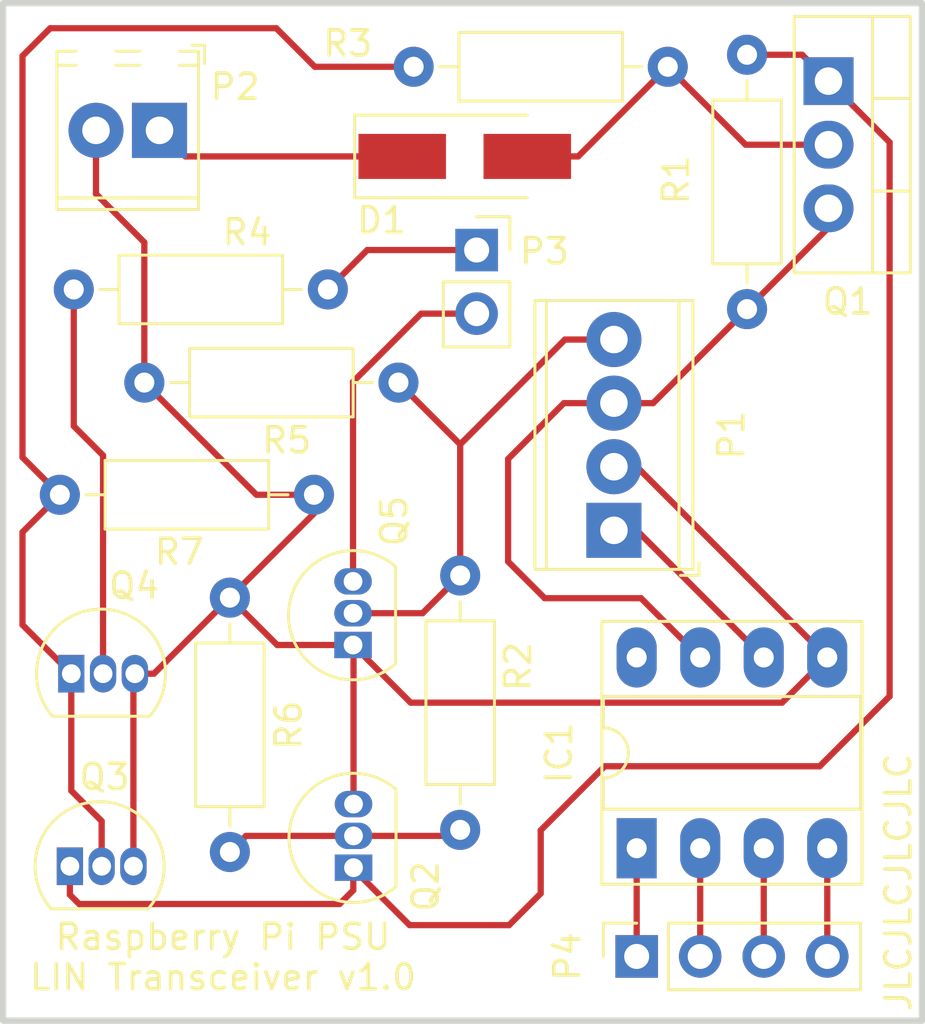
<source format=kicad_pcb>
(kicad_pcb (version 20221018) (generator pcbnew)
  (layers (0 "F.Cu" signal) (31 "B.Cu" signal) (34 "B.Paste" user) (35 "F.Paste" user) (36 "B.SilkS" user "B.Silkscreen") (37 "F.SilkS" user "F.Silkscreen") (38 "B.Mask" user) (39 "F.Mask" user) (44 "Edge.Cuts" user))
  (net 0 "")
  (net 1 "BATT")
  (net 2 "GND")
  (net 3 "IGN")
  (net 4 "POWEROFF")
  (net 5 "Q2_2")
  (net 6 "Q3_2")
  (net 7 "R1_1")
  (net 8 "R4_1")
  (net 9 "SHUTDOWN")
  (net 10 "USB_PWR")
  (net 11 "USB_PWR_DIODE")
  (net 12 "LIN")
  (footprint "MountingHole:MountingHole_2mm" (layer "F.Cu") (at 94.99557 76.212882)
    (fp_text reference "REF**" hide)
    (fp_text value "MountingHole_2mm" hide)
    (pad "" np_thru_hole circle (at 0 0) (size 2 2) (drill 2) (layers "*.Cu" "*.Mask"))
  )
  (footprint "Resistor_THT:R_Axial_DIN0207_L6.3mm_D2.5mm_P10.16mm_Horizontal" (layer "F.Cu") (at 75.311107 72.39322 180)
    (fp_text reference "R4" (at 3.231361 2.275909) (layer "F.SilkS"))
    (fp_text value "R_Axial_DIN0207_L6.3mm_D2.5mm_P10.16mm_Horizontal" hide)
    (fp_line (start 1.04 0) (end 1.81 0) (stroke (width 0.12)) (layer "F.SilkS"))
    (fp_line (start 1.81 -1.37) (end 1.81 1.37) (stroke (width 0.12)) (layer "F.SilkS"))
    (fp_line (start 1.81 1.37) (end 8.35 1.37) (stroke (width 0.12)) (layer "F.SilkS"))
    (fp_line (start 8.35 -1.37) (end 1.81 -1.37) (stroke (width 0.12)) (layer "F.SilkS"))
    (fp_line (start 8.35 1.37) (end 8.35 -1.37) (stroke (width 0.12)) (layer "F.SilkS"))
    (fp_line (start 9.12 0) (end 8.35 0) (stroke (width 0.12)) (layer "F.SilkS"))
    (pad "1" thru_hole circle (at 0 0 180) (size 1.6 1.6) (drill 0.8) (layers "*.Cu" "*.Mask") (net 4 "POWEROFF"))
    (pad "2" thru_hole oval (at 10.16 0 180) (size 1.6 1.6) (drill 0.8) (layers "*.Cu" "*.Mask") (net 8 "R4_1"))
  )
  (footprint "Package_TO_SOT_THT:TO-92L_Inline" (layer "F.Cu") (at 65.052674 87.741994)
    (fp_text reference "Q4" (at 2.514495 -3.5127) (layer "F.SilkS"))
    (fp_text value "BC548B" hide)
    (fp_line (start -0.75 1.7) (end 3.1 1.7) (stroke (width 0.12)) (layer "F.SilkS"))
    (fp_arc (start -0.75 1.7) (mid 1.183448 -2.579449) (end 3.138611 1.690122) (stroke (width 0.12)) (layer "F.SilkS"))
    (pad "1" thru_hole rect (at 0 0) (size 1.05 1.5) (drill 0.75) (layers "*.Cu" "*.Mask") (net 6 "Q3_2"))
    (pad "2" thru_hole oval (at 1.27 0) (size 1.05 1.5) (drill 0.75) (layers "*.Cu" "*.Mask") (net 8 "R4_1"))
    (pad "3" thru_hole oval (at 2.54 0) (size 1.05 1.5) (drill 0.75) (layers "*.Cu" "*.Mask") (net 2 "GND"))
  )
  (footprint "Connector_PinSocket_2.54mm:PinSocket_1x04_P2.54mm_Vertical" (layer "F.Cu") (at 87.657 99.035 90)
    (fp_text reference "P4" (at 0 -2.77 90) (layer "F.SilkS"))
    (fp_text value "PinSocket_1x04_P2.54mm_Vertical" hide)
    (fp_line (start -1.33 1.27) (end -1.33 8.95) (stroke (width 0.12)) (layer "F.SilkS"))
    (fp_line (start -1.33 1.27) (end 1.33 1.27) (stroke (width 0.12)) (layer "F.SilkS"))
    (fp_line (start -1.33 8.95) (end 1.33 8.95) (stroke (width 0.12)) (layer "F.SilkS"))
    (fp_line (start 0 -1.33) (end 1.33 -1.33) (stroke (width 0.12)) (layer "F.SilkS"))
    (fp_line (start 1.33 -1.33) (end 1.33 0) (stroke (width 0.12)) (layer "F.SilkS"))
    (fp_line (start 1.33 1.27) (end 1.33 8.95) (stroke (width 0.12)) (layer "F.SilkS"))
    (pad "1" thru_hole rect (at 0 0 90) (size 1.7 1.7) (drill 1) (layers "*.Cu" "*.Mask"))
    (pad "2" thru_hole oval (at 0 2.54 90) (size 1.7 1.7) (drill 1) (layers "*.Cu" "*.Mask"))
    (pad "3" thru_hole oval (at 0 5.08 90) (size 1.7 1.7) (drill 1) (layers "*.Cu" "*.Mask"))
    (pad "4" thru_hole oval (at 0 7.62 90) (size 1.7 1.7) (drill 1) (layers "*.Cu" "*.Mask"))
  )
  (footprint "Package_TO_SOT_THT:TO-220-3_Vertical" (layer "F.Cu") (at 95.325935 64.073305 -90)
    (fp_text reference "Q1" (at 8.803298 -0.77263 180) (layer "F.SilkS"))
    (fp_text value "TO-220-3_Vertical" hide)
    (fp_line (start -2.58 -3.27) (end -2.58 1.371) (stroke (width 0.12)) (layer "F.SilkS"))
    (fp_line (start -2.58 -3.27) (end 7.66 -3.27) (stroke (width 0.12)) (layer "F.SilkS"))
    (fp_line (start -2.58 -1.76) (end 7.66 -1.76) (stroke (width 0.12)) (layer "F.SilkS"))
    (fp_line (start -2.58 1.371) (end 7.66 1.371) (stroke (width 0.12)) (layer "F.SilkS"))
    (fp_line (start 0.69 -3.27) (end 0.69 -1.76) (stroke (width 0.12)) (layer "F.SilkS"))
    (fp_line (start 4.391 -3.27) (end 4.391 -1.76) (stroke (width 0.12)) (layer "F.SilkS"))
    (fp_line (start 7.66 -3.27) (end 7.66 1.371) (stroke (width 0.12)) (layer "F.SilkS"))
    (pad "1" thru_hole rect (at 0 0 270) (size 1.905 2) (drill 1.1) (layers "*.Cu" "*.Mask") (net 7 "R1_1"))
    (pad "2" thru_hole oval (at 2.54 0 270) (size 1.905 2) (drill 1.1) (layers "*.Cu" "*.Mask") (net 10 "USB_PWR"))
    (pad "3" thru_hole oval (at 5.08 0 270) (size 1.905 2) (drill 1.1) (layers "*.Cu" "*.Mask") (net 1 "BATT"))
  )
  (footprint "Resistor_THT:R_Axial_DIN0207_L6.3mm_D2.5mm_P10.16mm_Horizontal" (layer "F.Cu") (at 92.069811 63.019768 -90)
    (fp_text reference "R1" (at 4.993401 2.837014 90) (layer "F.SilkS"))
    (fp_text value "R_Axial_DIN0207_L6.3mm_D2.5mm_P10.16mm_Horizontal" hide)
    (fp_line (start 1.04 0) (end 1.81 0) (stroke (width 0.12)) (layer "F.SilkS"))
    (fp_line (start 1.81 -1.37) (end 1.81 1.37) (stroke (width 0.12)) (layer "F.SilkS"))
    (fp_line (start 1.81 1.37) (end 8.35 1.37) (stroke (width 0.12)) (layer "F.SilkS"))
    (fp_line (start 8.35 -1.37) (end 1.81 -1.37) (stroke (width 0.12)) (layer "F.SilkS"))
    (fp_line (start 8.35 1.37) (end 8.35 -1.37) (stroke (width 0.12)) (layer "F.SilkS"))
    (fp_line (start 9.12 0) (end 8.35 0) (stroke (width 0.12)) (layer "F.SilkS"))
    (pad "1" thru_hole circle (at 0 0 270) (size 1.6 1.6) (drill 0.8) (layers "*.Cu" "*.Mask") (net 7 "R1_1"))
    (pad "2" thru_hole oval (at 10.16 0 270) (size 1.6 1.6) (drill 0.8) (layers "*.Cu" "*.Mask") (net 1 "BATT"))
  )
  (footprint "Resistor_THT:R_Axial_DIN0207_L6.3mm_D2.5mm_P10.16mm_Horizontal" (layer "F.Cu") (at 80.601521 83.82 -90)
    (fp_text reference "R2" (at 3.635012 -2.312409 -270) (layer "F.SilkS"))
    (fp_text value "R_Axial_DIN0207_L6.3mm_D2.5mm_P10.16mm_Horizontal" hide)
    (fp_line (start 1.04 0) (end 1.81 0) (stroke (width 0.12)) (layer "F.SilkS"))
    (fp_line (start 1.81 -1.37) (end 1.81 1.37) (stroke (width 0.12)) (layer "F.SilkS"))
    (fp_line (start 1.81 1.37) (end 8.35 1.37) (stroke (width 0.12)) (layer "F.SilkS"))
    (fp_line (start 8.35 -1.37) (end 1.81 -1.37) (stroke (width 0.12)) (layer "F.SilkS"))
    (fp_line (start 8.35 1.37) (end 8.35 -1.37) (stroke (width 0.12)) (layer "F.SilkS"))
    (fp_line (start 9.12 0) (end 8.35 0) (stroke (width 0.12)) (layer "F.SilkS"))
    (pad "1" thru_hole circle (at 0 0 270) (size 1.6 1.6) (drill 0.8) (layers "*.Cu" "*.Mask") (net 3 "IGN"))
    (pad "2" thru_hole oval (at 10.16 0 270) (size 1.6 1.6) (drill 0.8) (layers "*.Cu" "*.Mask") (net 5 "Q2_2"))
  )
  (footprint "Package_TO_SOT_THT:TO-92L_Inline" (layer "F.Cu") (at 76.317065 86.595803 90)
    (fp_text reference "Q5" (at 4.948652 1.64569 90) (layer "F.SilkS"))
    (fp_text value "2N7000" hide)
    (fp_line (start -0.75 1.7) (end 3.1 1.7) (stroke (width 0.12)) (layer "F.SilkS"))
    (fp_arc (start -0.75 1.7) (mid 1.183448 -2.579449) (end 3.138611 1.690122) (stroke (width 0.12)) (layer "F.SilkS"))
    (pad "1" thru_hole rect (at 0 0 90) (size 1.05 1.5) (drill 0.75) (layers "*.Cu" "*.Mask") (net 2 "GND"))
    (pad "2" thru_hole oval (at 1.27 0 90) (size 1.05 1.5) (drill 0.75) (layers "*.Cu" "*.Mask") (net 3 "IGN"))
    (pad "3" thru_hole oval (at 2.54 0 90) (size 1.05 1.5) (drill 0.75) (layers "*.Cu" "*.Mask") (net 9 "SHUTDOWN"))
  )
  (footprint "Resistor_THT:R_Axial_DIN0207_L6.3mm_D2.5mm_P10.16mm_Horizontal" (layer "F.Cu") (at 74.755012 80.59508 180)
    (fp_text reference "R7" (at 5.383355 -2.283798) (layer "F.SilkS"))
    (fp_text value "R_Axial_DIN0207_L6.3mm_D2.5mm_P10.16mm_Horizontal" hide)
    (fp_line (start 1.04 0) (end 1.81 0) (stroke (width 0.12)) (layer "F.SilkS"))
    (fp_line (start 1.81 -1.37) (end 1.81 1.37) (stroke (width 0.12)) (layer "F.SilkS"))
    (fp_line (start 1.81 1.37) (end 8.35 1.37) (stroke (width 0.12)) (layer "F.SilkS"))
    (fp_line (start 8.35 -1.37) (end 1.81 -1.37) (stroke (width 0.12)) (layer "F.SilkS"))
    (fp_line (start 8.35 1.37) (end 8.35 -1.37) (stroke (width 0.12)) (layer "F.SilkS"))
    (fp_line (start 9.12 0) (end 8.35 0) (stroke (width 0.12)) (layer "F.SilkS"))
    (pad "1" thru_hole circle (at 0 0 180) (size 1.6 1.6) (drill 0.8) (layers "*.Cu" "*.Mask") (net 2 "GND"))
    (pad "2" thru_hole oval (at 10.16 0 180) (size 1.6 1.6) (drill 0.8) (layers "*.Cu" "*.Mask") (net 6 "Q3_2"))
  )
  (footprint "Package_TO_SOT_THT:TO-92L_Inline" (layer "F.Cu") (at 76.336262 95.49 90)
    (fp_text reference "Q2" (at -0.75 2.882537 90) (layer "F.SilkS"))
    (fp_text value "BC548B" hide)
    (fp_line (start -0.75 1.7) (end 3.1 1.7) (stroke (width 0.12)) (layer "F.SilkS"))
    (fp_arc (start -0.75 1.7) (mid 1.183448 -2.579449) (end 3.138611 1.690122) (stroke (width 0.12)) (layer "F.SilkS"))
    (pad "1" thru_hole rect (at 0 0 90) (size 1.05 1.5) (drill 0.75) (layers "*.Cu" "*.Mask") (net 7 "R1_1"))
    (pad "2" thru_hole oval (at 1.27 0 90) (size 1.05 1.5) (drill 0.75) (layers "*.Cu" "*.Mask") (net 5 "Q2_2"))
    (pad "3" thru_hole oval (at 2.54 0 90) (size 1.05 1.5) (drill 0.75) (layers "*.Cu" "*.Mask") (net 2 "GND"))
  )
  (footprint "Resistor_THT:R_Axial_DIN0207_L6.3mm_D2.5mm_P10.16mm_Horizontal" (layer "F.Cu") (at 71.392679 84.704598 -90)
    (fp_text reference "R6" (at 5.092882 -2.34891 -270) (layer "F.SilkS"))
    (fp_text value "R_Axial_DIN0207_L6.3mm_D2.5mm_P10.16mm_Horizontal" hide)
    (fp_line (start 1.04 0) (end 1.81 0) (stroke (width 0.12)) (layer "F.SilkS"))
    (fp_line (start 1.81 -1.37) (end 1.81 1.37) (stroke (width 0.12)) (layer "F.SilkS"))
    (fp_line (start 1.81 1.37) (end 8.35 1.37) (stroke (width 0.12)) (layer "F.SilkS"))
    (fp_line (start 8.35 -1.37) (end 1.81 -1.37) (stroke (width 0.12)) (layer "F.SilkS"))
    (fp_line (start 8.35 1.37) (end 8.35 -1.37) (stroke (width 0.12)) (layer "F.SilkS"))
    (fp_line (start 9.12 0) (end 8.35 0) (stroke (width 0.12)) (layer "F.SilkS"))
    (pad "1" thru_hole circle (at 0 0 270) (size 1.6 1.6) (drill 0.8) (layers "*.Cu" "*.Mask") (net 2 "GND"))
    (pad "2" thru_hole oval (at 10.16 0 270) (size 1.6 1.6) (drill 0.8) (layers "*.Cu" "*.Mask") (net 5 "Q2_2"))
  )
  (footprint "Connector_PinSocket_2.54mm:PinSocket_1x02_P2.54mm_Vertical" (layer "F.Cu") (at 81.25832 70.820081)
    (fp_text reference "P3" (at 2.709282 0.051702) (layer "F.SilkS"))
    (fp_text value "PinSocket_1x02_P2.54mm_Vertical" hide)
    (fp_line (start -1.33 1.27) (end -1.33 3.87) (stroke (width 0.12)) (layer "F.SilkS"))
    (fp_line (start -1.33 1.27) (end 1.33 1.27) (stroke (width 0.12)) (layer "F.SilkS"))
    (fp_line (start -1.33 3.87) (end 1.33 3.87) (stroke (width 0.12)) (layer "F.SilkS"))
    (fp_line (start 0 -1.33) (end 1.33 -1.33) (stroke (width 0.12)) (layer "F.SilkS"))
    (fp_line (start 1.33 -1.33) (end 1.33 0) (stroke (width 0.12)) (layer "F.SilkS"))
    (fp_line (start 1.33 1.27) (end 1.33 3.87) (stroke (width 0.12)) (layer "F.SilkS"))
    (pad "1" thru_hole rect (at 0 0) (size 1.7 1.7) (drill 1) (layers "*.Cu" "*.Mask") (net 4 "POWEROFF"))
    (pad "2" thru_hole oval (at 0 2.54) (size 1.7 1.7) (drill 1) (layers "*.Cu" "*.Mask") (net 9 "SHUTDOWN"))
  )
  (footprint "Resistor_THT:R_Axial_DIN0207_L6.3mm_D2.5mm_P10.16mm_Horizontal" (layer "F.Cu") (at 78.132375 76.114116 180)
    (fp_text reference "R5" (at 4.472375 -2.312409) (layer "F.SilkS"))
    (fp_text value "R_Axial_DIN0207_L6.3mm_D2.5mm_P10.16mm_Horizontal" hide)
    (fp_line (start 1.04 0) (end 1.81 0) (stroke (width 0.12)) (layer "F.SilkS"))
    (fp_line (start 1.81 -1.37) (end 1.81 1.37) (stroke (width 0.12)) (layer "F.SilkS"))
    (fp_line (start 1.81 1.37) (end 8.35 1.37) (stroke (width 0.12)) (layer "F.SilkS"))
    (fp_line (start 8.35 -1.37) (end 1.81 -1.37) (stroke (width 0.12)) (layer "F.SilkS"))
    (fp_line (start 8.35 1.37) (end 8.35 -1.37) (stroke (width 0.12)) (layer "F.SilkS"))
    (fp_line (start 9.12 0) (end 8.35 0) (stroke (width 0.12)) (layer "F.SilkS"))
    (pad "1" thru_hole circle (at 0 0 180) (size 1.6 1.6) (drill 0.8) (layers "*.Cu" "*.Mask") (net 3 "IGN"))
    (pad "2" thru_hole oval (at 10.16 0 180) (size 1.6 1.6) (drill 0.8) (layers "*.Cu" "*.Mask") (net 2 "GND"))
  )
  (footprint "Resistor_THT:R_Axial_DIN0207_L6.3mm_D2.5mm_P10.16mm_Horizontal" (layer "F.Cu") (at 78.74 63.5)
    (fp_text reference "R3" (at -2.634472 -0.929688) (layer "F.SilkS"))
    (fp_text value "R_Axial_DIN0207_L6.3mm_D2.5mm_P10.16mm_Horizontal" hide)
    (fp_line (start 1.04 0) (end 1.81 0) (stroke (width 0.12)) (layer "F.SilkS"))
    (fp_line (start 1.81 -1.37) (end 1.81 1.37) (stroke (width 0.12)) (layer "F.SilkS"))
    (fp_line (start 1.81 1.37) (end 8.35 1.37) (stroke (width 0.12)) (layer "F.SilkS"))
    (fp_line (start 8.35 -1.37) (end 1.81 -1.37) (stroke (width 0.12)) (layer "F.SilkS"))
    (fp_line (start 8.35 1.37) (end 8.35 -1.37) (stroke (width 0.12)) (layer "F.SilkS"))
    (fp_line (start 9.12 0) (end 8.35 0) (stroke (width 0.12)) (layer "F.SilkS"))
    (pad "1" thru_hole circle (at 0 0) (size 1.6 1.6) (drill 0.8) (layers "*.Cu" "*.Mask") (net 6 "Q3_2"))
    (pad "2" thru_hole oval (at 10.16 0) (size 1.6 1.6) (drill 0.8) (layers "*.Cu" "*.Mask") (net 10 "USB_PWR"))
  )
  (footprint "TerminalBlock_Phoenix:TerminalBlock_Phoenix_MPT-0,5-2-2.54_1x02_P2.54mm_Horizontal" (layer "F.Cu") (at 68.58 66.04 180)
    (fp_text reference "P2" (at -3.02328 1.741697) (layer "F.SilkS"))
    (fp_text value "TerminalBlock_Phoenix_MPT-0,5-2-2.54_1x02_P2.54mm_Horizontal" hide)
    (fp_line (start -1.8 2.66) (end -1.8 3.4) (stroke (width 0.12)) (layer "F.SilkS"))
    (fp_line (start -1.8 3.4) (end -1.3 3.4) (stroke (width 0.12)) (layer "F.SilkS"))
    (fp_line (start -1.56 -3.16) (end -1.56 3.16) (stroke (width 0.12)) (layer "F.SilkS"))
    (fp_line (start -1.56 -3.16) (end 4.1 -3.16) (stroke (width 0.12)) (layer "F.SilkS"))
    (fp_line (start -1.56 -2.7) (end 4.1 -2.7) (stroke (width 0.12)) (layer "F.SilkS"))
    (fp_line (start -1.56 2.6) (end -0.79 2.6) (stroke (width 0.12)) (layer "F.SilkS"))
    (fp_line (start -1.56 3.16) (end -0.79 3.16) (stroke (width 0.12)) (layer "F.SilkS"))
    (fp_line (start 0.79 2.6) (end 1.75 2.6) (stroke (width 0.12)) (layer "F.SilkS"))
    (fp_line (start 0.79 3.16) (end 1.75 3.16) (stroke (width 0.12)) (layer "F.SilkS"))
    (fp_line (start 3.33 2.6) (end 4.1 2.6) (stroke (width 0.12)) (layer "F.SilkS"))
    (fp_line (start 3.33 3.16) (end 4.1 3.16) (stroke (width 0.12)) (layer "F.SilkS"))
    (fp_line (start 4.1 -3.16) (end 4.1 3.16) (stroke (width 0.12)) (layer "F.SilkS"))
    (pad "" np_thru_hole circle (at 0 2.54 180) (size 1.1 1.1) (drill 1.1) (layers "*.Cu" "*.Mask"))
    (pad "" np_thru_hole circle (at 2.54 2.54 180) (size 1.1 1.1) (drill 1.1) (layers "*.Cu" "*.Mask"))
    (pad "1" thru_hole rect (at 0 0 180) (size 2.2 2.2) (drill 1.1) (layers "*.Cu" "*.Mask") (net 11 "USB_PWR_DIODE"))
    (pad "2" thru_hole circle (at 2.54 0 180) (size 2.2 2.2) (drill 1.1) (layers "*.Cu" "*.Mask") (net 2 "GND"))
  )
  (footprint "MountingHole:MountingHole_2mm" (layer "F.Cu") (at 95.059983 81.794719)
    (fp_text reference "REF**" hide)
    (fp_text value "MountingHole_2mm" hide)
    (pad "" np_thru_hole circle (at 0 0) (size 2 2) (drill 2) (layers "*.Cu" "*.Mask"))
  )
  (footprint "TerminalBlock_Phoenix:TerminalBlock_Phoenix_MPT-0,5-4-2.54_1x04_P2.54mm_Horizontal" (layer "F.Cu") (at 86.748032 82.015 90)
    (fp_text reference "P1" (at 3.81 4.691968 90) (layer "F.SilkS"))
    (fp_text value "TerminalBlock_Phoenix_MPT-0,5-4-2.54_1x04_P2.54mm_Horizontal" hide)
    (fp_line (start -1.8 2.66) (end -1.8 3.4) (stroke (width 0.12)) (layer "F.SilkS"))
    (fp_line (start -1.8 3.4) (end -1.3 3.4) (stroke (width 0.12)) (layer "F.SilkS"))
    (fp_line (start -1.56 -3.16) (end -1.56 3.16) (stroke (width 0.12)) (layer "F.SilkS"))
    (fp_line (start -1.56 -3.16) (end 9.18 -3.16) (stroke (width 0.12)) (layer "F.SilkS"))
    (fp_line (start -1.56 -2.7) (end 9.18 -2.7) (stroke (width 0.12)) (layer "F.SilkS"))
    (fp_line (start -1.56 2.6) (end 9.18 2.6) (stroke (width 0.12)) (layer "F.SilkS"))
    (fp_line (start -1.56 3.16) (end 9.18 3.16) (stroke (width 0.12)) (layer "F.SilkS"))
    (fp_line (start 9.18 -3.16) (end 9.18 3.16) (stroke (width 0.12)) (layer "F.SilkS"))
    (pad "1" thru_hole rect (at 0 0 90) (size 2.2 2.2) (drill 1.1) (layers "*.Cu" "*.Mask") (net 12 "LIN"))
    (pad "2" thru_hole circle (at 2.54 0 90) (size 2.2 2.2) (drill 1.1) (layers "*.Cu" "*.Mask") (net 2 "GND"))
    (pad "3" thru_hole circle (at 5.08 0 90) (size 2.2 2.2) (drill 1.1) (layers "*.Cu" "*.Mask") (net 1 "BATT"))
    (pad "4" thru_hole circle (at 7.62 0 90) (size 2.2 2.2) (drill 1.1) (layers "*.Cu" "*.Mask") (net 3 "IGN"))
  )
  (footprint "Package_DIP:DIP-8_W7.62mm_Socket_LongPads" (layer "F.Cu") (at 87.657 94.713 90)
    (fp_text reference "IC1" (at 3.81 -3.10448 90) (layer "F.SilkS"))
    (fp_text value "MCP2004-E/P LIN Transceiver, 20Kbaud, Dip-8 Microchip" hide)
    (fp_line (start -1.44 -1.39) (end -1.44 9.01) (stroke (width 0.12)) (layer "F.SilkS"))
    (fp_line (start -1.44 9.01) (end 9.06 9.01) (stroke (width 0.12)) (layer "F.SilkS"))
    (fp_line (start 1.56 -1.33) (end 1.56 8.95) (stroke (width 0.12)) (layer "F.SilkS"))
    (fp_line (start 1.56 8.95) (end 6.06 8.95) (stroke (width 0.12)) (layer "F.SilkS"))
    (fp_line (start 2.81 -1.33) (end 1.56 -1.33) (stroke (width 0.12)) (layer "F.SilkS"))
    (fp_line (start 6.06 -1.33) (end 4.81 -1.33) (stroke (width 0.12)) (layer "F.SilkS"))
    (fp_line (start 6.06 8.95) (end 6.06 -1.33) (stroke (width 0.12)) (layer "F.SilkS"))
    (fp_line (start 9.06 -1.39) (end -1.44 -1.39) (stroke (width 0.12)) (layer "F.SilkS"))
    (fp_line (start 9.06 9.01) (end 9.06 -1.39) (stroke (width 0.12)) (layer "F.SilkS"))
    (fp_arc (start 4.81 -1.33) (mid 3.81 -0.33) (end 2.81 -1.33) (stroke (width 0.12)) (layer "F.SilkS"))
    (pad "1" thru_hole rect (at 0 0 90) (size 2.4 1.6) (drill 0.8) (layers "*.Cu" "*.Mask"))
    (pad "2" thru_hole oval (at 0 2.54 90) (size 2.4 1.6) (drill 0.8) (layers "*.Cu" "*.Mask"))
    (pad "3" thru_hole oval (at 0 5.08 90) (size 2.4 1.6) (drill 0.8) (layers "*.Cu" "*.Mask"))
    (pad "4" thru_hole oval (at 0 7.62 90) (size 2.4 1.6) (drill 0.8) (layers "*.Cu" "*.Mask"))
    (pad "5" thru_hole oval (at 7.62 7.62 90) (size 2.4 1.6) (drill 0.8) (layers "*.Cu" "*.Mask") (net 2 "GND"))
    (pad "6" thru_hole oval (at 7.62 5.08 90) (size 2.4 1.6) (drill 0.8) (layers "*.Cu" "*.Mask") (net 12 "LIN"))
    (pad "7" thru_hole oval (at 7.62 2.54 90) (size 2.4 1.6) (drill 0.8) (layers "*.Cu" "*.Mask") (net 1 "BATT"))
    (pad "8" thru_hole oval (at 7.62 0 90) (size 2.4 1.6) (drill 0.8) (layers "*.Cu" "*.Mask"))
  )
  (footprint "Package_TO_SOT_THT:TO-92L_Inline" (layer "F.Cu") (at 64.996066 95.433173)
    (fp_text reference "Q3" (at 1.384463 -3.562942) (layer "F.SilkS"))
    (fp_text value "BC548B" hide)
    (fp_line (start -0.75 1.7) (end 3.1 1.7) (stroke (width 0.12)) (layer "F.SilkS"))
    (fp_arc (start -0.75 1.7) (mid 1.183448 -2.579449) (end 3.138611 1.690122) (stroke (width 0.12)) (layer "F.SilkS"))
    (pad "1" thru_hole rect (at 0 0) (size 1.05 1.5) (drill 0.75) (layers "*.Cu" "*.Mask") (net 7 "R1_1"))
    (pad "2" thru_hole oval (at 1.27 0) (size 1.05 1.5) (drill 0.75) (layers "*.Cu" "*.Mask") (net 6 "Q3_2"))
    (pad "3" thru_hole oval (at 2.54 0) (size 1.05 1.5) (drill 0.75) (layers "*.Cu" "*.Mask") (net 2 "GND"))
  )
  (footprint "Diode_SMD:D_SMA_Handsoldering" (layer "F.Cu") (at 80.78339 67.08102)
    (fp_text reference "D1" (at -3.324416 2.545964) (layer "F.SilkS"))
    (fp_text value "D1" hide)
    (fp_line (start -4.4 -1.65) (end -4.4 1.65) (stroke (width 0.12)) (layer "F.SilkS"))
    (fp_line (start -4.4 -1.65) (end 2.5 -1.65) (stroke (width 0.12)) (layer "F.SilkS"))
    (fp_line (start -4.4 1.65) (end 2.5 1.65) (stroke (width 0.12)) (layer "F.SilkS"))
    (pad "1" smd rect (at -2.5 0) (size 3.5 1.8) (layers "F.Cu" "F.Paste" "F.Mask") (net 11 "USB_PWR_DIODE"))
    (pad "2" smd rect (at 2.5 0) (size 3.5 1.8) (layers "F.Cu" "F.Paste" "F.Mask") (net 10 "USB_PWR"))
  )
  (gr_line (start 99.06 101.6) (end 62.329 101.6) (stroke (width 0.254)) (layer "Edge.Cuts"))
  (gr_line (start 62.329 101.6) (end 62.329 60.96) (stroke (width 0.254)) (layer "Edge.Cuts"))
  (gr_line (start 99.06 60.96) (end 99.06 101.6) (stroke (width 0.254)) (layer "Edge.Cuts"))
  (gr_line (start 62.329 60.96) (end 99.06 60.96) (stroke (width 0.254)) (layer "Edge.Cuts"))
  (gr_text "Raspberry Pi PSU\nLIN Transceiver v1.0" (at 71.12 99.06) (layer "F.SilkS") (effects (font (size 1 1))))
  (gr_text "JLCJLCJLCJLC" (at 98.119577 96.069112 90) (layer "F.SilkS") (effects (font (size 1 1))))
  (segment (start 92.737 94.713) (end 92.737 99.035) (width 0.25) (layer "F.Cu") (net 0))
  (segment (start 87.657 94.713) (end 87.657 99.035) (width 0.25) (layer "F.Cu") (net 0))
  (segment (start 90.197 94.713) (end 90.197 99.035) (width 0.25) (layer "F.Cu") (net 0))
  (segment (start 95.277 94.713) (end 95.277 99.035) (width 0.25) (layer "F.Cu") (net 0))
  (segment (start 86.748032 76.935) (end 88.314579 76.935) (width 0.25) (layer "F.Cu") (net 1))
  (segment (start 88.314579 76.935) (end 92.069811 73.179768) (width 0.25) (layer "F.Cu") (net 1))
  (segment (start 84.746645 76.935) (end 86.748032 76.935) (width 0.25) (layer "F.Cu") (net 1))
  (segment (start 92.069811 73.179768) (end 95.325935 69.923644) (width 0.25) (layer "F.Cu") (net 1))
  (segment (start 82.517294 79.164351) (end 84.746645 76.935) (width 0.25) (layer "F.Cu") (net 1))
  (segment (start 82.517294 83.263336) (end 82.517294 79.164351) (width 0.25) (layer "F.Cu") (net 1))
  (segment (start 87.831259 84.727259) (end 83.981217 84.727259) (width 0.25) (layer "F.Cu") (net 1))
  (segment (start 95.325935 69.923644) (end 95.325935 69.153305) (width 0.25) (layer "F.Cu") (net 1))
  (segment (start 83.981217 84.727259) (end 82.517294 83.263336) (width 0.25) (layer "F.Cu") (net 1))
  (segment (start 90.197 87.093) (end 87.831259 84.727259) (width 0.25) (layer "F.Cu") (net 1))
  (segment (start 67.972375 76.114116) (end 67.972375 70.512375) (width 0.25) (layer "F.Cu") (net 2))
  (segment (start 71.392679 84.704598) (end 74.755012 81.342265) (width 0.25) (layer "F.Cu") (net 2))
  (segment (start 93.47 88.9) (end 78.621262 88.9) (width 0.25) (layer "F.Cu") (net 2))
  (segment (start 68.355283 87.741994) (end 71.392679 84.704598) (width 0.25) (layer "F.Cu") (net 2))
  (segment (start 74.755012 81.342265) (end 74.755012 80.59508) (width 0.25) (layer "F.Cu") (net 2))
  (segment (start 66.04 66.04) (end 66.04 68.58) (width 0.25) (layer "F.Cu") (net 2))
  (segment (start 74.755012 80.59508) (end 72.453339 80.59508) (width 0.25) (layer "F.Cu") (net 2))
  (segment (start 67.592674 87.741994) (end 68.355283 87.741994) (width 0.25) (layer "F.Cu") (net 2))
  (segment (start 95.277 87.093) (end 93.47 88.9) (width 0.25) (layer "F.Cu") (net 2))
  (segment (start 76.336262 86.615) (end 76.317065 86.595803) (width 0.25) (layer "F.Cu") (net 2))
  (segment (start 73.283884 86.595803) (end 71.392679 84.704598) (width 0.25) (layer "F.Cu") (net 2))
  (segment (start 78.621262 88.9) (end 76.317065 86.595803) (width 0.25) (layer "F.Cu") (net 2))
  (segment (start 87.659 79.475) (end 86.748032 79.475) (width 0.25) (layer "F.Cu") (net 2))
  (segment (start 67.536066 87.798602) (end 67.592674 87.741994) (width 0.25) (layer "F.Cu") (net 2))
  (segment (start 95.277 87.093) (end 87.659 79.475) (width 0.25) (layer "F.Cu") (net 2))
  (segment (start 67.972375 70.512375) (end 66.04 68.58) (width 0.25) (layer "F.Cu") (net 2))
  (segment (start 76.317065 86.595803) (end 73.283884 86.595803) (width 0.25) (layer "F.Cu") (net 2))
  (segment (start 72.453339 80.59508) (end 67.972375 76.114116) (width 0.25) (layer "F.Cu") (net 2))
  (segment (start 76.336262 92.95) (end 76.336262 86.615) (width 0.25) (layer "F.Cu") (net 2))
  (segment (start 67.536066 95.433173) (end 67.536066 87.798602) (width 0.25) (layer "F.Cu") (net 2))
  (segment (start 84.789783 74.395) (end 86.748032 74.395) (width 0.25) (layer "F.Cu") (net 3))
  (segment (start 79.095718 85.325803) (end 76.317065 85.325803) (width 0.25) (layer "F.Cu") (net 3))
  (segment (start 80.601521 83.82) (end 79.095718 85.325803) (width 0.25) (layer "F.Cu") (net 3))
  (segment (start 80.601521 83.82) (end 80.601521 78.583262) (width 0.25) (layer "F.Cu") (net 3))
  (segment (start 80.601521 78.583262) (end 84.789783 74.395) (width 0.25) (layer "F.Cu") (net 3))
  (segment (start 80.601521 78.583262) (end 78.132375 76.114116) (width 0.25) (layer "F.Cu") (net 3))
  (segment (start 81.25832 70.820081) (end 76.884246 70.820081) (width 0.25) (layer "F.Cu") (net 4))
  (segment (start 76.884246 70.820081) (end 75.311107 72.39322) (width 0.25) (layer "F.Cu") (net 4))
  (segment (start 76.336262 94.22) (end 80.361521 94.22) (width 0.25) (layer "F.Cu") (net 5))
  (segment (start 76.336262 94.22) (end 72.037277 94.22) (width 0.25) (layer "F.Cu") (net 5))
  (segment (start 72.037277 94.22) (end 71.392679 94.864598) (width 0.25) (layer "F.Cu") (net 5))
  (segment (start 80.361521 94.22) (end 80.601521 93.98) (width 0.25) (layer "F.Cu") (net 5))
  (segment (start 63.101 85.79032) (end 63.101 82.089092) (width 0.25) (layer "F.Cu") (net 6))
  (segment (start 63.101 82.089092) (end 64.595012 80.59508) (width 0.25) (layer "F.Cu") (net 6))
  (segment (start 64.207832 61.960245) (end 63.101 63.067077) (width 0.25) (layer "F.Cu") (net 6))
  (segment (start 63.101 63.067077) (end 63.101 79.101068) (width 0.25) (layer "F.Cu") (net 6))
  (segment (start 66.266066 93.628336) (end 66.266066 95.433173) (width 0.25) (layer "F.Cu") (net 6))
  (segment (start 63.101 79.101068) (end 64.595012 80.59508) (width 0.25) (layer "F.Cu") (net 6))
  (segment (start 65.052674 92.414944) (end 66.266066 93.628336) (width 0.25) (layer "F.Cu") (net 6))
  (segment (start 74.787128 63.5) (end 73.247373 61.960245) (width 0.25) (layer "F.Cu") (net 6))
  (segment (start 65.052674 87.741994) (end 63.101 85.79032) (width 0.25) (layer "F.Cu") (net 6))
  (segment (start 65.052674 87.741994) (end 65.052674 92.414944) (width 0.25) (layer "F.Cu") (net 6))
  (segment (start 78.74 63.5) (end 74.787128 63.5) (width 0.25) (layer "F.Cu") (net 6))
  (segment (start 73.247373 61.960245) (end 64.207832 61.960245) (width 0.25) (layer "F.Cu") (net 6))
  (segment (start 83.82 96.52) (end 83.82 93.998) (width 0.25) (layer "F.Cu") (net 7))
  (segment (start 82.555 97.785) (end 83.82 96.52) (width 0.25) (layer "F.Cu") (net 7))
  (segment (start 97.769682 88.644416) (end 97.769682 66.517052) (width 0.25) (layer "F.Cu") (net 7))
  (segment (start 92.069811 63.019768) (end 94.272398 63.019768) (width 0.25) (layer "F.Cu") (net 7))
  (segment (start 83.82 93.998) (end 86.378 91.44) (width 0.25) (layer "F.Cu") (net 7))
  (segment (start 97.769682 66.517052) (end 95.325935 64.073305) (width 0.25) (layer "F.Cu") (net 7))
  (segment (start 94.974098 91.44) (end 97.769682 88.644416) (width 0.25) (layer "F.Cu") (net 7))
  (segment (start 65.365815 96.941544) (end 75.778456 96.941544) (width 0.25) (layer "F.Cu") (net 7))
  (segment (start 75.778456 96.941544) (end 76.327 96.393) (width 0.25) (layer "F.Cu") (net 7))
  (segment (start 64.996066 95.433173) (end 64.996066 96.571795) (width 0.25) (layer "F.Cu") (net 7))
  (segment (start 78.58 97.785) (end 82.555 97.785) (width 0.25) (layer "F.Cu") (net 7))
  (segment (start 76.327 95.532) (end 78.58 97.785) (width 0.25) (layer "F.Cu") (net 7))
  (segment (start 94.272398 63.019768) (end 95.325935 64.073305) (width 0.25) (layer "F.Cu") (net 7))
  (segment (start 64.996066 96.571795) (end 65.365815 96.941544) (width 0.25) (layer "F.Cu") (net 7))
  (segment (start 86.378 91.44) (end 94.974098 91.44) (width 0.25) (layer "F.Cu") (net 7))
  (segment (start 76.327 96.393) (end 76.327 95.532) (width 0.25) (layer "F.Cu") (net 7))
  (segment (start 65.151107 77.851107) (end 66.322674 79.022674) (width 0.25) (layer "F.Cu") (net 8))
  (segment (start 66.322674 79.022674) (end 66.322674 87.741994) (width 0.25) (layer "F.Cu") (net 8))
  (segment (start 65.151107 72.39322) (end 65.151107 77.851107) (width 0.25) (layer "F.Cu") (net 8))
  (segment (start 76.317065 84.055803) (end 76.317065 76.082935) (width 0.25) (layer "F.Cu") (net 9))
  (segment (start 76.317065 76.082935) (end 79.039919 73.360081) (width 0.25) (layer "F.Cu") (net 9))
  (segment (start 79.039919 73.360081) (end 81.25832 73.360081) (width 0.25) (layer "F.Cu") (net 9))
  (segment (start 83.28339 67.08102) (end 85.31898 67.08102) (width 0.25) (layer "F.Cu") (net 10))
  (segment (start 92.013305 66.613305) (end 95.325935 66.613305) (width 0.25) (layer "F.Cu") (net 10))
  (segment (start 85.31898 67.08102) (end 88.9 63.5) (width 0.25) (layer "F.Cu") (net 10))
  (segment (start 88.9 63.5) (end 92.013305 66.613305) (width 0.25) (layer "F.Cu") (net 10))
  (segment (start 78.28339 67.08102) (end 69.62102 67.08102) (width 0.25) (layer "F.Cu") (net 11))
  (segment (start 69.62102 67.08102) (end 68.58 66.04) (width 0.25) (layer "F.Cu") (net 11))
  (segment (start 92.737 87.093) (end 87.659 82.015) (width 0.25) (layer "F.Cu") (net 12))
  (segment (start 87.659 82.015) (end 86.748032 82.015) (width 0.25) (layer "F.Cu") (net 12))
)
</source>
